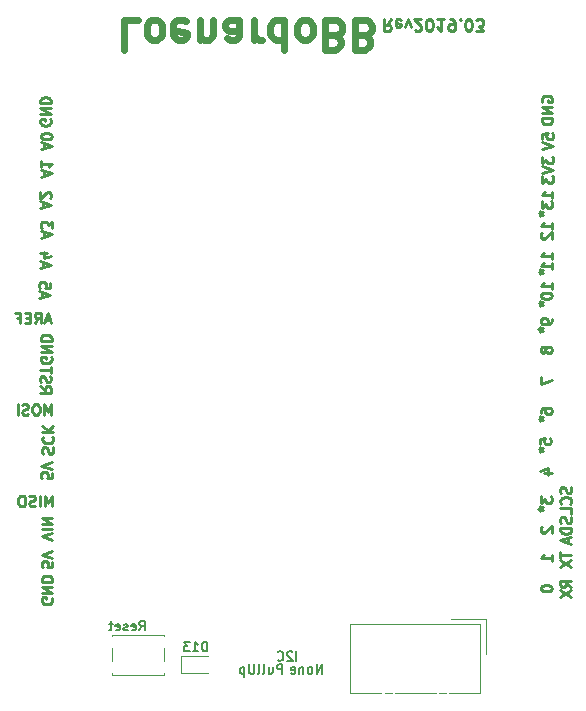
<source format=gbo>
G04 #@! TF.GenerationSoftware,KiCad,Pcbnew,5.0.2-bee76a0~70~ubuntu18.04.1*
G04 #@! TF.CreationDate,2019-03-18T22:27:49+09:00*
G04 #@! TF.ProjectId,LeonardoBB,4c656f6e-6172-4646-9f42-422e6b696361,rev?*
G04 #@! TF.SameCoordinates,Original*
G04 #@! TF.FileFunction,Legend,Bot*
G04 #@! TF.FilePolarity,Positive*
%FSLAX46Y46*%
G04 Gerber Fmt 4.6, Leading zero omitted, Abs format (unit mm)*
G04 Created by KiCad (PCBNEW 5.0.2-bee76a0~70~ubuntu18.04.1) date 2019年03月18日 22時27分49秒*
%MOMM*%
%LPD*%
G01*
G04 APERTURE LIST*
%ADD10C,0.200000*%
%ADD11C,0.225000*%
%ADD12C,0.250000*%
%ADD13C,0.625000*%
%ADD14C,0.120000*%
G04 APERTURE END LIST*
D10*
X136404228Y-124466304D02*
X136404228Y-123666304D01*
X136213752Y-123666304D01*
X136099466Y-123704400D01*
X136023276Y-123780590D01*
X135985180Y-123856780D01*
X135947085Y-124009161D01*
X135947085Y-124123447D01*
X135985180Y-124275828D01*
X136023276Y-124352019D01*
X136099466Y-124428209D01*
X136213752Y-124466304D01*
X136404228Y-124466304D01*
X135185180Y-124466304D02*
X135642323Y-124466304D01*
X135413752Y-124466304D02*
X135413752Y-123666304D01*
X135489942Y-123780590D01*
X135566133Y-123856780D01*
X135642323Y-123894876D01*
X134918514Y-123666304D02*
X134423276Y-123666304D01*
X134689942Y-123971066D01*
X134575657Y-123971066D01*
X134499466Y-124009161D01*
X134461371Y-124047257D01*
X134423276Y-124123447D01*
X134423276Y-124313923D01*
X134461371Y-124390114D01*
X134499466Y-124428209D01*
X134575657Y-124466304D01*
X134804228Y-124466304D01*
X134880419Y-124428209D01*
X134918514Y-124390114D01*
X130657476Y-122688304D02*
X130924142Y-122307352D01*
X131114619Y-122688304D02*
X131114619Y-121888304D01*
X130809857Y-121888304D01*
X130733666Y-121926400D01*
X130695571Y-121964495D01*
X130657476Y-122040685D01*
X130657476Y-122154971D01*
X130695571Y-122231161D01*
X130733666Y-122269257D01*
X130809857Y-122307352D01*
X131114619Y-122307352D01*
X130009857Y-122650209D02*
X130086047Y-122688304D01*
X130238428Y-122688304D01*
X130314619Y-122650209D01*
X130352714Y-122574019D01*
X130352714Y-122269257D01*
X130314619Y-122193066D01*
X130238428Y-122154971D01*
X130086047Y-122154971D01*
X130009857Y-122193066D01*
X129971761Y-122269257D01*
X129971761Y-122345447D01*
X130352714Y-122421638D01*
X129667000Y-122650209D02*
X129590809Y-122688304D01*
X129438428Y-122688304D01*
X129362238Y-122650209D01*
X129324142Y-122574019D01*
X129324142Y-122535923D01*
X129362238Y-122459733D01*
X129438428Y-122421638D01*
X129552714Y-122421638D01*
X129628904Y-122383542D01*
X129667000Y-122307352D01*
X129667000Y-122269257D01*
X129628904Y-122193066D01*
X129552714Y-122154971D01*
X129438428Y-122154971D01*
X129362238Y-122193066D01*
X128676523Y-122650209D02*
X128752714Y-122688304D01*
X128905095Y-122688304D01*
X128981285Y-122650209D01*
X129019380Y-122574019D01*
X129019380Y-122269257D01*
X128981285Y-122193066D01*
X128905095Y-122154971D01*
X128752714Y-122154971D01*
X128676523Y-122193066D01*
X128638428Y-122269257D01*
X128638428Y-122345447D01*
X129019380Y-122421638D01*
X128409857Y-122154971D02*
X128105095Y-122154971D01*
X128295571Y-121888304D02*
X128295571Y-122574019D01*
X128257476Y-122650209D01*
X128181285Y-122688304D01*
X128105095Y-122688304D01*
D11*
X164454742Y-112369600D02*
X164669028Y-112369600D01*
X164583314Y-112155314D02*
X164669028Y-112369600D01*
X164583314Y-112583885D01*
X164840457Y-112241028D02*
X164669028Y-112369600D01*
X164840457Y-112498171D01*
X164454742Y-97205800D02*
X164669028Y-97205800D01*
X164583314Y-96991514D02*
X164669028Y-97205800D01*
X164583314Y-97420085D01*
X164840457Y-97077228D02*
X164669028Y-97205800D01*
X164840457Y-97334371D01*
X164480142Y-94970600D02*
X164694428Y-94970600D01*
X164608714Y-94756314D02*
X164694428Y-94970600D01*
X164608714Y-95184885D01*
X164865857Y-94842028D02*
X164694428Y-94970600D01*
X164865857Y-95099171D01*
X164480142Y-92303600D02*
X164694428Y-92303600D01*
X164608714Y-92089314D02*
X164694428Y-92303600D01*
X164608714Y-92517885D01*
X164865857Y-92175028D02*
X164694428Y-92303600D01*
X164865857Y-92432171D01*
X164480142Y-87376000D02*
X164694428Y-87376000D01*
X164608714Y-87161714D02*
X164694428Y-87376000D01*
X164608714Y-87590285D01*
X164865857Y-87247428D02*
X164694428Y-87376000D01*
X164865857Y-87504571D01*
X164480142Y-104749600D02*
X164694428Y-104749600D01*
X164608714Y-104535314D02*
X164694428Y-104749600D01*
X164608714Y-104963885D01*
X164865857Y-104621028D02*
X164694428Y-104749600D01*
X164865857Y-104878171D01*
X164480142Y-107365800D02*
X164694428Y-107365800D01*
X164608714Y-107151514D02*
X164694428Y-107365800D01*
X164608714Y-107580085D01*
X164865857Y-107237228D02*
X164694428Y-107365800D01*
X164865857Y-107494371D01*
X167221642Y-118976000D02*
X166793071Y-118676000D01*
X167221642Y-118461714D02*
X166321642Y-118461714D01*
X166321642Y-118804571D01*
X166364500Y-118890285D01*
X166407357Y-118933142D01*
X166493071Y-118976000D01*
X166621642Y-118976000D01*
X166707357Y-118933142D01*
X166750214Y-118890285D01*
X166793071Y-118804571D01*
X166793071Y-118461714D01*
X166321642Y-119276000D02*
X167221642Y-119876000D01*
X166321642Y-119876000D02*
X167221642Y-119276000D01*
X166321642Y-116027285D02*
X166321642Y-116541571D01*
X167221642Y-116284428D02*
X166321642Y-116284428D01*
X166321642Y-116755857D02*
X167221642Y-117355857D01*
X166321642Y-117355857D02*
X167221642Y-116755857D01*
X167178785Y-110561571D02*
X167221642Y-110690142D01*
X167221642Y-110904428D01*
X167178785Y-110990142D01*
X167135928Y-111033000D01*
X167050214Y-111075857D01*
X166964500Y-111075857D01*
X166878785Y-111033000D01*
X166835928Y-110990142D01*
X166793071Y-110904428D01*
X166750214Y-110733000D01*
X166707357Y-110647285D01*
X166664500Y-110604428D01*
X166578785Y-110561571D01*
X166493071Y-110561571D01*
X166407357Y-110604428D01*
X166364500Y-110647285D01*
X166321642Y-110733000D01*
X166321642Y-110947285D01*
X166364500Y-111075857D01*
X167135928Y-111975857D02*
X167178785Y-111933000D01*
X167221642Y-111804428D01*
X167221642Y-111718714D01*
X167178785Y-111590142D01*
X167093071Y-111504428D01*
X167007357Y-111461571D01*
X166835928Y-111418714D01*
X166707357Y-111418714D01*
X166535928Y-111461571D01*
X166450214Y-111504428D01*
X166364500Y-111590142D01*
X166321642Y-111718714D01*
X166321642Y-111804428D01*
X166364500Y-111933000D01*
X166407357Y-111975857D01*
X167221642Y-112790142D02*
X167221642Y-112361571D01*
X166321642Y-112361571D01*
X167178785Y-113080142D02*
X167221642Y-113208714D01*
X167221642Y-113423000D01*
X167178785Y-113508714D01*
X167135928Y-113551571D01*
X167050214Y-113594428D01*
X166964500Y-113594428D01*
X166878785Y-113551571D01*
X166835928Y-113508714D01*
X166793071Y-113423000D01*
X166750214Y-113251571D01*
X166707357Y-113165857D01*
X166664500Y-113123000D01*
X166578785Y-113080142D01*
X166493071Y-113080142D01*
X166407357Y-113123000D01*
X166364500Y-113165857D01*
X166321642Y-113251571D01*
X166321642Y-113465857D01*
X166364500Y-113594428D01*
X167221642Y-113980142D02*
X166321642Y-113980142D01*
X166321642Y-114194428D01*
X166364500Y-114323000D01*
X166450214Y-114408714D01*
X166535928Y-114451571D01*
X166707357Y-114494428D01*
X166835928Y-114494428D01*
X167007357Y-114451571D01*
X167093071Y-114408714D01*
X167178785Y-114323000D01*
X167221642Y-114194428D01*
X167221642Y-113980142D01*
X166964500Y-114837285D02*
X166964500Y-115265857D01*
X167221642Y-114751571D02*
X166321642Y-115051571D01*
X167221642Y-115351571D01*
D12*
X151979761Y-70921619D02*
X151646428Y-71397809D01*
X151408333Y-70921619D02*
X151408333Y-71921619D01*
X151789285Y-71921619D01*
X151884523Y-71874000D01*
X151932142Y-71826380D01*
X151979761Y-71731142D01*
X151979761Y-71588285D01*
X151932142Y-71493047D01*
X151884523Y-71445428D01*
X151789285Y-71397809D01*
X151408333Y-71397809D01*
X152789285Y-70969238D02*
X152694047Y-70921619D01*
X152503571Y-70921619D01*
X152408333Y-70969238D01*
X152360714Y-71064476D01*
X152360714Y-71445428D01*
X152408333Y-71540666D01*
X152503571Y-71588285D01*
X152694047Y-71588285D01*
X152789285Y-71540666D01*
X152836904Y-71445428D01*
X152836904Y-71350190D01*
X152360714Y-71254952D01*
X153170238Y-71588285D02*
X153408333Y-70921619D01*
X153646428Y-71588285D01*
X153979761Y-71826380D02*
X154027380Y-71874000D01*
X154122619Y-71921619D01*
X154360714Y-71921619D01*
X154455952Y-71874000D01*
X154503571Y-71826380D01*
X154551190Y-71731142D01*
X154551190Y-71635904D01*
X154503571Y-71493047D01*
X153932142Y-70921619D01*
X154551190Y-70921619D01*
X155170238Y-71921619D02*
X155265476Y-71921619D01*
X155360714Y-71874000D01*
X155408333Y-71826380D01*
X155455952Y-71731142D01*
X155503571Y-71540666D01*
X155503571Y-71302571D01*
X155455952Y-71112095D01*
X155408333Y-71016857D01*
X155360714Y-70969238D01*
X155265476Y-70921619D01*
X155170238Y-70921619D01*
X155075000Y-70969238D01*
X155027380Y-71016857D01*
X154979761Y-71112095D01*
X154932142Y-71302571D01*
X154932142Y-71540666D01*
X154979761Y-71731142D01*
X155027380Y-71826380D01*
X155075000Y-71874000D01*
X155170238Y-71921619D01*
X156455952Y-70921619D02*
X155884523Y-70921619D01*
X156170238Y-70921619D02*
X156170238Y-71921619D01*
X156075000Y-71778761D01*
X155979761Y-71683523D01*
X155884523Y-71635904D01*
X156932142Y-70921619D02*
X157122619Y-70921619D01*
X157217857Y-70969238D01*
X157265476Y-71016857D01*
X157360714Y-71159714D01*
X157408333Y-71350190D01*
X157408333Y-71731142D01*
X157360714Y-71826380D01*
X157313095Y-71874000D01*
X157217857Y-71921619D01*
X157027380Y-71921619D01*
X156932142Y-71874000D01*
X156884523Y-71826380D01*
X156836904Y-71731142D01*
X156836904Y-71493047D01*
X156884523Y-71397809D01*
X156932142Y-71350190D01*
X157027380Y-71302571D01*
X157217857Y-71302571D01*
X157313095Y-71350190D01*
X157360714Y-71397809D01*
X157408333Y-71493047D01*
X157836904Y-71016857D02*
X157884523Y-70969238D01*
X157836904Y-70921619D01*
X157789285Y-70969238D01*
X157836904Y-71016857D01*
X157836904Y-70921619D01*
X158503571Y-71921619D02*
X158598809Y-71921619D01*
X158694047Y-71874000D01*
X158741666Y-71826380D01*
X158789285Y-71731142D01*
X158836904Y-71540666D01*
X158836904Y-71302571D01*
X158789285Y-71112095D01*
X158741666Y-71016857D01*
X158694047Y-70969238D01*
X158598809Y-70921619D01*
X158503571Y-70921619D01*
X158408333Y-70969238D01*
X158360714Y-71016857D01*
X158313095Y-71112095D01*
X158265476Y-71302571D01*
X158265476Y-71540666D01*
X158313095Y-71731142D01*
X158360714Y-71826380D01*
X158408333Y-71874000D01*
X158503571Y-71921619D01*
X159170238Y-71921619D02*
X159789285Y-71921619D01*
X159455952Y-71540666D01*
X159598809Y-71540666D01*
X159694047Y-71493047D01*
X159741666Y-71445428D01*
X159789285Y-71350190D01*
X159789285Y-71112095D01*
X159741666Y-71016857D01*
X159694047Y-70969238D01*
X159598809Y-70921619D01*
X159313095Y-70921619D01*
X159217857Y-70969238D01*
X159170238Y-71016857D01*
D13*
X130575409Y-71005047D02*
X129384933Y-71005047D01*
X129384933Y-73505047D01*
X131765885Y-71005047D02*
X131527790Y-71124095D01*
X131408742Y-71243142D01*
X131289695Y-71481238D01*
X131289695Y-72195523D01*
X131408742Y-72433619D01*
X131527790Y-72552666D01*
X131765885Y-72671714D01*
X132123028Y-72671714D01*
X132361123Y-72552666D01*
X132480171Y-72433619D01*
X132599219Y-72195523D01*
X132599219Y-71481238D01*
X132480171Y-71243142D01*
X132361123Y-71124095D01*
X132123028Y-71005047D01*
X131765885Y-71005047D01*
X134623028Y-71124095D02*
X134384933Y-71005047D01*
X133908742Y-71005047D01*
X133670647Y-71124095D01*
X133551600Y-71362190D01*
X133551600Y-72314571D01*
X133670647Y-72552666D01*
X133908742Y-72671714D01*
X134384933Y-72671714D01*
X134623028Y-72552666D01*
X134742076Y-72314571D01*
X134742076Y-72076476D01*
X133551600Y-71838380D01*
X135813504Y-72671714D02*
X135813504Y-71005047D01*
X135813504Y-72433619D02*
X135932552Y-72552666D01*
X136170647Y-72671714D01*
X136527790Y-72671714D01*
X136765885Y-72552666D01*
X136884933Y-72314571D01*
X136884933Y-71005047D01*
X139146838Y-71005047D02*
X139146838Y-72314571D01*
X139027790Y-72552666D01*
X138789695Y-72671714D01*
X138313504Y-72671714D01*
X138075409Y-72552666D01*
X139146838Y-71124095D02*
X138908742Y-71005047D01*
X138313504Y-71005047D01*
X138075409Y-71124095D01*
X137956361Y-71362190D01*
X137956361Y-71600285D01*
X138075409Y-71838380D01*
X138313504Y-71957428D01*
X138908742Y-71957428D01*
X139146838Y-72076476D01*
X140337314Y-71005047D02*
X140337314Y-72671714D01*
X140337314Y-72195523D02*
X140456361Y-72433619D01*
X140575409Y-72552666D01*
X140813504Y-72671714D01*
X141051600Y-72671714D01*
X142956361Y-71005047D02*
X142956361Y-73505047D01*
X142956361Y-71124095D02*
X142718266Y-71005047D01*
X142242076Y-71005047D01*
X142003980Y-71124095D01*
X141884933Y-71243142D01*
X141765885Y-71481238D01*
X141765885Y-72195523D01*
X141884933Y-72433619D01*
X142003980Y-72552666D01*
X142242076Y-72671714D01*
X142718266Y-72671714D01*
X142956361Y-72552666D01*
X144503980Y-71005047D02*
X144265885Y-71124095D01*
X144146838Y-71243142D01*
X144027790Y-71481238D01*
X144027790Y-72195523D01*
X144146838Y-72433619D01*
X144265885Y-72552666D01*
X144503980Y-72671714D01*
X144861123Y-72671714D01*
X145099219Y-72552666D01*
X145218266Y-72433619D01*
X145337314Y-72195523D01*
X145337314Y-71481238D01*
X145218266Y-71243142D01*
X145099219Y-71124095D01*
X144861123Y-71005047D01*
X144503980Y-71005047D01*
X147242076Y-72314571D02*
X147599219Y-72195523D01*
X147718266Y-72076476D01*
X147837314Y-71838380D01*
X147837314Y-71481238D01*
X147718266Y-71243142D01*
X147599219Y-71124095D01*
X147361123Y-71005047D01*
X146408742Y-71005047D01*
X146408742Y-73505047D01*
X147242076Y-73505047D01*
X147480171Y-73386000D01*
X147599219Y-73266952D01*
X147718266Y-73028857D01*
X147718266Y-72790761D01*
X147599219Y-72552666D01*
X147480171Y-72433619D01*
X147242076Y-72314571D01*
X146408742Y-72314571D01*
X149742076Y-72314571D02*
X150099219Y-72195523D01*
X150218266Y-72076476D01*
X150337314Y-71838380D01*
X150337314Y-71481238D01*
X150218266Y-71243142D01*
X150099219Y-71124095D01*
X149861123Y-71005047D01*
X148908742Y-71005047D01*
X148908742Y-73505047D01*
X149742076Y-73505047D01*
X149980171Y-73386000D01*
X150099219Y-73266952D01*
X150218266Y-73028857D01*
X150218266Y-72790761D01*
X150099219Y-72552666D01*
X149980171Y-72433619D01*
X149742076Y-72314571D01*
X148908742Y-72314571D01*
D10*
X143973452Y-125266404D02*
X143973452Y-124466404D01*
X143630595Y-124542595D02*
X143592500Y-124504500D01*
X143516309Y-124466404D01*
X143325833Y-124466404D01*
X143249642Y-124504500D01*
X143211547Y-124542595D01*
X143173452Y-124618785D01*
X143173452Y-124694976D01*
X143211547Y-124809261D01*
X143668690Y-125266404D01*
X143173452Y-125266404D01*
X142373452Y-125190214D02*
X142411547Y-125228309D01*
X142525833Y-125266404D01*
X142602023Y-125266404D01*
X142716309Y-125228309D01*
X142792500Y-125152119D01*
X142830595Y-125075928D01*
X142868690Y-124923547D01*
X142868690Y-124809261D01*
X142830595Y-124656880D01*
X142792500Y-124580690D01*
X142716309Y-124504500D01*
X142602023Y-124466404D01*
X142525833Y-124466404D01*
X142411547Y-124504500D01*
X142373452Y-124542595D01*
X146126038Y-126345904D02*
X146126038Y-125545904D01*
X145668895Y-126345904D01*
X145668895Y-125545904D01*
X145173657Y-126345904D02*
X145249847Y-126307809D01*
X145287942Y-126269714D01*
X145326038Y-126193523D01*
X145326038Y-125964952D01*
X145287942Y-125888761D01*
X145249847Y-125850666D01*
X145173657Y-125812571D01*
X145059371Y-125812571D01*
X144983180Y-125850666D01*
X144945085Y-125888761D01*
X144906990Y-125964952D01*
X144906990Y-126193523D01*
X144945085Y-126269714D01*
X144983180Y-126307809D01*
X145059371Y-126345904D01*
X145173657Y-126345904D01*
X144564133Y-125812571D02*
X144564133Y-126345904D01*
X144564133Y-125888761D02*
X144526038Y-125850666D01*
X144449847Y-125812571D01*
X144335561Y-125812571D01*
X144259371Y-125850666D01*
X144221276Y-125926857D01*
X144221276Y-126345904D01*
X143535561Y-126307809D02*
X143611752Y-126345904D01*
X143764133Y-126345904D01*
X143840323Y-126307809D01*
X143878419Y-126231619D01*
X143878419Y-125926857D01*
X143840323Y-125850666D01*
X143764133Y-125812571D01*
X143611752Y-125812571D01*
X143535561Y-125850666D01*
X143497466Y-125926857D01*
X143497466Y-126003047D01*
X143878419Y-126079238D01*
X142766828Y-126345904D02*
X142766828Y-125545904D01*
X142462066Y-125545904D01*
X142385876Y-125584000D01*
X142347780Y-125622095D01*
X142309685Y-125698285D01*
X142309685Y-125812571D01*
X142347780Y-125888761D01*
X142385876Y-125926857D01*
X142462066Y-125964952D01*
X142766828Y-125964952D01*
X141623971Y-125812571D02*
X141623971Y-126345904D01*
X141966828Y-125812571D02*
X141966828Y-126231619D01*
X141928733Y-126307809D01*
X141852542Y-126345904D01*
X141738257Y-126345904D01*
X141662066Y-126307809D01*
X141623971Y-126269714D01*
X141128733Y-126345904D02*
X141204923Y-126307809D01*
X141243019Y-126231619D01*
X141243019Y-125545904D01*
X140709685Y-126345904D02*
X140785876Y-126307809D01*
X140823971Y-126231619D01*
X140823971Y-125545904D01*
X140404923Y-125545904D02*
X140404923Y-126193523D01*
X140366828Y-126269714D01*
X140328733Y-126307809D01*
X140252542Y-126345904D01*
X140100161Y-126345904D01*
X140023971Y-126307809D01*
X139985876Y-126269714D01*
X139947780Y-126193523D01*
X139947780Y-125545904D01*
X139566828Y-125812571D02*
X139566828Y-126612571D01*
X139566828Y-125850666D02*
X139490638Y-125812571D01*
X139338257Y-125812571D01*
X139262066Y-125850666D01*
X139223971Y-125888761D01*
X139185876Y-125964952D01*
X139185876Y-126193523D01*
X139223971Y-126269714D01*
X139262066Y-126307809D01*
X139338257Y-126345904D01*
X139490638Y-126345904D01*
X139566828Y-126307809D01*
D11*
X164670642Y-119083142D02*
X164670642Y-119168857D01*
X164713500Y-119254571D01*
X164756357Y-119297428D01*
X164842071Y-119340285D01*
X165013500Y-119383142D01*
X165227785Y-119383142D01*
X165399214Y-119340285D01*
X165484928Y-119297428D01*
X165527785Y-119254571D01*
X165570642Y-119168857D01*
X165570642Y-119083142D01*
X165527785Y-118997428D01*
X165484928Y-118954571D01*
X165399214Y-118911714D01*
X165227785Y-118868857D01*
X165013500Y-118868857D01*
X164842071Y-118911714D01*
X164756357Y-118954571D01*
X164713500Y-118997428D01*
X164670642Y-119083142D01*
X165570642Y-116843142D02*
X165570642Y-116328857D01*
X165570642Y-116586000D02*
X164670642Y-116586000D01*
X164799214Y-116500285D01*
X164884928Y-116414571D01*
X164927785Y-116328857D01*
X164756357Y-113915857D02*
X164713500Y-113958714D01*
X164670642Y-114044428D01*
X164670642Y-114258714D01*
X164713500Y-114344428D01*
X164756357Y-114387285D01*
X164842071Y-114430142D01*
X164927785Y-114430142D01*
X165056357Y-114387285D01*
X165570642Y-113873000D01*
X165570642Y-114430142D01*
X164670642Y-111333000D02*
X164670642Y-111890142D01*
X165013500Y-111590142D01*
X165013500Y-111718714D01*
X165056357Y-111804428D01*
X165099214Y-111847285D01*
X165184928Y-111890142D01*
X165399214Y-111890142D01*
X165484928Y-111847285D01*
X165527785Y-111804428D01*
X165570642Y-111718714D01*
X165570642Y-111461571D01*
X165527785Y-111375857D01*
X165484928Y-111333000D01*
X164970642Y-109391428D02*
X165570642Y-109391428D01*
X164627785Y-109177142D02*
X165270642Y-108962857D01*
X165270642Y-109520000D01*
X164607142Y-106894285D02*
X164607142Y-106465714D01*
X165035714Y-106422857D01*
X164992857Y-106465714D01*
X164950000Y-106551428D01*
X164950000Y-106765714D01*
X164992857Y-106851428D01*
X165035714Y-106894285D01*
X165121428Y-106937142D01*
X165335714Y-106937142D01*
X165421428Y-106894285D01*
X165464285Y-106851428D01*
X165507142Y-106765714D01*
X165507142Y-106551428D01*
X165464285Y-106465714D01*
X165421428Y-106422857D01*
X164670642Y-104247928D02*
X164670642Y-104076500D01*
X164713500Y-103990785D01*
X164756357Y-103947928D01*
X164884928Y-103862214D01*
X165056357Y-103819357D01*
X165399214Y-103819357D01*
X165484928Y-103862214D01*
X165527785Y-103905071D01*
X165570642Y-103990785D01*
X165570642Y-104162214D01*
X165527785Y-104247928D01*
X165484928Y-104290785D01*
X165399214Y-104333642D01*
X165184928Y-104333642D01*
X165099214Y-104290785D01*
X165056357Y-104247928D01*
X165013500Y-104162214D01*
X165013500Y-103990785D01*
X165056357Y-103905071D01*
X165099214Y-103862214D01*
X165184928Y-103819357D01*
X164670642Y-101236500D02*
X164670642Y-101836500D01*
X165570642Y-101450785D01*
X165056357Y-98847285D02*
X165013500Y-98761571D01*
X164970642Y-98718714D01*
X164884928Y-98675857D01*
X164842071Y-98675857D01*
X164756357Y-98718714D01*
X164713500Y-98761571D01*
X164670642Y-98847285D01*
X164670642Y-99018714D01*
X164713500Y-99104428D01*
X164756357Y-99147285D01*
X164842071Y-99190142D01*
X164884928Y-99190142D01*
X164970642Y-99147285D01*
X165013500Y-99104428D01*
X165056357Y-99018714D01*
X165056357Y-98847285D01*
X165099214Y-98761571D01*
X165142071Y-98718714D01*
X165227785Y-98675857D01*
X165399214Y-98675857D01*
X165484928Y-98718714D01*
X165527785Y-98761571D01*
X165570642Y-98847285D01*
X165570642Y-99018714D01*
X165527785Y-99104428D01*
X165484928Y-99147285D01*
X165399214Y-99190142D01*
X165227785Y-99190142D01*
X165142071Y-99147285D01*
X165099214Y-99104428D01*
X165056357Y-99018714D01*
X165570642Y-96348571D02*
X165570642Y-96520000D01*
X165527785Y-96605714D01*
X165484928Y-96648571D01*
X165356357Y-96734285D01*
X165184928Y-96777142D01*
X164842071Y-96777142D01*
X164756357Y-96734285D01*
X164713500Y-96691428D01*
X164670642Y-96605714D01*
X164670642Y-96434285D01*
X164713500Y-96348571D01*
X164756357Y-96305714D01*
X164842071Y-96262857D01*
X165056357Y-96262857D01*
X165142071Y-96305714D01*
X165184928Y-96348571D01*
X165227785Y-96434285D01*
X165227785Y-96605714D01*
X165184928Y-96691428D01*
X165142071Y-96734285D01*
X165056357Y-96777142D01*
X165570642Y-93745071D02*
X165570642Y-93230785D01*
X165570642Y-93487928D02*
X164670642Y-93487928D01*
X164799214Y-93402214D01*
X164884928Y-93316500D01*
X164927785Y-93230785D01*
X164670642Y-94302214D02*
X164670642Y-94387928D01*
X164713500Y-94473642D01*
X164756357Y-94516500D01*
X164842071Y-94559357D01*
X165013500Y-94602214D01*
X165227785Y-94602214D01*
X165399214Y-94559357D01*
X165484928Y-94516500D01*
X165527785Y-94473642D01*
X165570642Y-94387928D01*
X165570642Y-94302214D01*
X165527785Y-94216500D01*
X165484928Y-94173642D01*
X165399214Y-94130785D01*
X165227785Y-94087928D01*
X165013500Y-94087928D01*
X164842071Y-94130785D01*
X164756357Y-94173642D01*
X164713500Y-94216500D01*
X164670642Y-94302214D01*
X165570642Y-91205071D02*
X165570642Y-90690785D01*
X165570642Y-90947928D02*
X164670642Y-90947928D01*
X164799214Y-90862214D01*
X164884928Y-90776500D01*
X164927785Y-90690785D01*
X165570642Y-92062214D02*
X165570642Y-91547928D01*
X165570642Y-91805071D02*
X164670642Y-91805071D01*
X164799214Y-91719357D01*
X164884928Y-91633642D01*
X164927785Y-91547928D01*
X165570642Y-88665071D02*
X165570642Y-88150785D01*
X165570642Y-88407928D02*
X164670642Y-88407928D01*
X164799214Y-88322214D01*
X164884928Y-88236500D01*
X164927785Y-88150785D01*
X164756357Y-89007928D02*
X164713500Y-89050785D01*
X164670642Y-89136500D01*
X164670642Y-89350785D01*
X164713500Y-89436500D01*
X164756357Y-89479357D01*
X164842071Y-89522214D01*
X164927785Y-89522214D01*
X165056357Y-89479357D01*
X165570642Y-88965071D01*
X165570642Y-89522214D01*
X165634142Y-86061571D02*
X165634142Y-85547285D01*
X165634142Y-85804428D02*
X164734142Y-85804428D01*
X164862714Y-85718714D01*
X164948428Y-85633000D01*
X164991285Y-85547285D01*
X164734142Y-86361571D02*
X164734142Y-86918714D01*
X165077000Y-86618714D01*
X165077000Y-86747285D01*
X165119857Y-86833000D01*
X165162714Y-86875857D01*
X165248428Y-86918714D01*
X165462714Y-86918714D01*
X165548428Y-86875857D01*
X165591285Y-86833000D01*
X165634142Y-86747285D01*
X165634142Y-86490142D01*
X165591285Y-86404428D01*
X165548428Y-86361571D01*
X164797642Y-82578714D02*
X164797642Y-83135857D01*
X165140500Y-82835857D01*
X165140500Y-82964428D01*
X165183357Y-83050142D01*
X165226214Y-83093000D01*
X165311928Y-83135857D01*
X165526214Y-83135857D01*
X165611928Y-83093000D01*
X165654785Y-83050142D01*
X165697642Y-82964428D01*
X165697642Y-82707285D01*
X165654785Y-82621571D01*
X165611928Y-82578714D01*
X164797642Y-83393000D02*
X165697642Y-83693000D01*
X164797642Y-83993000D01*
X164797642Y-84207285D02*
X164797642Y-84764428D01*
X165140500Y-84464428D01*
X165140500Y-84593000D01*
X165183357Y-84678714D01*
X165226214Y-84721571D01*
X165311928Y-84764428D01*
X165526214Y-84764428D01*
X165611928Y-84721571D01*
X165654785Y-84678714D01*
X165697642Y-84593000D01*
X165697642Y-84335857D01*
X165654785Y-84250142D01*
X165611928Y-84207285D01*
X164797642Y-81045071D02*
X164797642Y-80616500D01*
X165226214Y-80573642D01*
X165183357Y-80616500D01*
X165140500Y-80702214D01*
X165140500Y-80916500D01*
X165183357Y-81002214D01*
X165226214Y-81045071D01*
X165311928Y-81087928D01*
X165526214Y-81087928D01*
X165611928Y-81045071D01*
X165654785Y-81002214D01*
X165697642Y-80916500D01*
X165697642Y-80702214D01*
X165654785Y-80616500D01*
X165611928Y-80573642D01*
X164797642Y-81345071D02*
X165697642Y-81645071D01*
X164797642Y-81945071D01*
X164777000Y-77927285D02*
X164734142Y-77841571D01*
X164734142Y-77713000D01*
X164777000Y-77584428D01*
X164862714Y-77498714D01*
X164948428Y-77455857D01*
X165119857Y-77413000D01*
X165248428Y-77413000D01*
X165419857Y-77455857D01*
X165505571Y-77498714D01*
X165591285Y-77584428D01*
X165634142Y-77713000D01*
X165634142Y-77798714D01*
X165591285Y-77927285D01*
X165548428Y-77970142D01*
X165248428Y-77970142D01*
X165248428Y-77798714D01*
X165634142Y-78355857D02*
X164734142Y-78355857D01*
X165634142Y-78870142D01*
X164734142Y-78870142D01*
X165634142Y-79298714D02*
X164734142Y-79298714D01*
X164734142Y-79513000D01*
X164777000Y-79641571D01*
X164862714Y-79727285D01*
X164948428Y-79770142D01*
X165119857Y-79813000D01*
X165248428Y-79813000D01*
X165419857Y-79770142D01*
X165505571Y-79727285D01*
X165591285Y-79641571D01*
X165634142Y-79513000D01*
X165634142Y-79298714D01*
X123259000Y-119938714D02*
X123301857Y-120024428D01*
X123301857Y-120153000D01*
X123259000Y-120281571D01*
X123173285Y-120367285D01*
X123087571Y-120410142D01*
X122916142Y-120453000D01*
X122787571Y-120453000D01*
X122616142Y-120410142D01*
X122530428Y-120367285D01*
X122444714Y-120281571D01*
X122401857Y-120153000D01*
X122401857Y-120067285D01*
X122444714Y-119938714D01*
X122487571Y-119895857D01*
X122787571Y-119895857D01*
X122787571Y-120067285D01*
X122401857Y-119510142D02*
X123301857Y-119510142D01*
X122401857Y-118995857D01*
X123301857Y-118995857D01*
X122401857Y-118567285D02*
X123301857Y-118567285D01*
X123301857Y-118353000D01*
X123259000Y-118224428D01*
X123173285Y-118138714D01*
X123087571Y-118095857D01*
X122916142Y-118053000D01*
X122787571Y-118053000D01*
X122616142Y-118095857D01*
X122530428Y-118138714D01*
X122444714Y-118224428D01*
X122401857Y-118353000D01*
X122401857Y-118567285D01*
X123301857Y-116884428D02*
X123301857Y-117313000D01*
X122873285Y-117355857D01*
X122916142Y-117313000D01*
X122959000Y-117227285D01*
X122959000Y-117013000D01*
X122916142Y-116927285D01*
X122873285Y-116884428D01*
X122787571Y-116841571D01*
X122573285Y-116841571D01*
X122487571Y-116884428D01*
X122444714Y-116927285D01*
X122401857Y-117013000D01*
X122401857Y-117227285D01*
X122444714Y-117313000D01*
X122487571Y-117355857D01*
X123301857Y-116584428D02*
X122401857Y-116284428D01*
X123301857Y-115984428D01*
X123301857Y-115031714D02*
X122401857Y-114731714D01*
X123301857Y-114431714D01*
X122401857Y-114131714D02*
X123301857Y-114131714D01*
X122401857Y-113703142D02*
X123301857Y-113703142D01*
X122401857Y-113188857D01*
X123301857Y-113188857D01*
X123270785Y-112167142D02*
X123270785Y-111267142D01*
X122970785Y-111910000D01*
X122670785Y-111267142D01*
X122670785Y-112167142D01*
X122242214Y-112167142D02*
X122242214Y-111267142D01*
X121856500Y-112124285D02*
X121727928Y-112167142D01*
X121513642Y-112167142D01*
X121427928Y-112124285D01*
X121385071Y-112081428D01*
X121342214Y-111995714D01*
X121342214Y-111910000D01*
X121385071Y-111824285D01*
X121427928Y-111781428D01*
X121513642Y-111738571D01*
X121685071Y-111695714D01*
X121770785Y-111652857D01*
X121813642Y-111610000D01*
X121856500Y-111524285D01*
X121856500Y-111438571D01*
X121813642Y-111352857D01*
X121770785Y-111310000D01*
X121685071Y-111267142D01*
X121470785Y-111267142D01*
X121342214Y-111310000D01*
X120785071Y-111267142D02*
X120613642Y-111267142D01*
X120527928Y-111310000D01*
X120442214Y-111395714D01*
X120399357Y-111567142D01*
X120399357Y-111867142D01*
X120442214Y-112038571D01*
X120527928Y-112124285D01*
X120613642Y-112167142D01*
X120785071Y-112167142D01*
X120870785Y-112124285D01*
X120956500Y-112038571D01*
X120999357Y-111867142D01*
X120999357Y-111567142D01*
X120956500Y-111395714D01*
X120870785Y-111310000D01*
X120785071Y-111267142D01*
X123238357Y-109327928D02*
X123238357Y-109756500D01*
X122809785Y-109799357D01*
X122852642Y-109756500D01*
X122895500Y-109670785D01*
X122895500Y-109456500D01*
X122852642Y-109370785D01*
X122809785Y-109327928D01*
X122724071Y-109285071D01*
X122509785Y-109285071D01*
X122424071Y-109327928D01*
X122381214Y-109370785D01*
X122338357Y-109456500D01*
X122338357Y-109670785D01*
X122381214Y-109756500D01*
X122424071Y-109799357D01*
X123238357Y-109027928D02*
X122338357Y-108727928D01*
X123238357Y-108427928D01*
X122508214Y-107710142D02*
X122465357Y-107581571D01*
X122465357Y-107367285D01*
X122508214Y-107281571D01*
X122551071Y-107238714D01*
X122636785Y-107195857D01*
X122722500Y-107195857D01*
X122808214Y-107238714D01*
X122851071Y-107281571D01*
X122893928Y-107367285D01*
X122936785Y-107538714D01*
X122979642Y-107624428D01*
X123022500Y-107667285D01*
X123108214Y-107710142D01*
X123193928Y-107710142D01*
X123279642Y-107667285D01*
X123322500Y-107624428D01*
X123365357Y-107538714D01*
X123365357Y-107324428D01*
X123322500Y-107195857D01*
X122551071Y-106295857D02*
X122508214Y-106338714D01*
X122465357Y-106467285D01*
X122465357Y-106553000D01*
X122508214Y-106681571D01*
X122593928Y-106767285D01*
X122679642Y-106810142D01*
X122851071Y-106853000D01*
X122979642Y-106853000D01*
X123151071Y-106810142D01*
X123236785Y-106767285D01*
X123322500Y-106681571D01*
X123365357Y-106553000D01*
X123365357Y-106467285D01*
X123322500Y-106338714D01*
X123279642Y-106295857D01*
X122465357Y-105910142D02*
X123365357Y-105910142D01*
X122465357Y-105395857D02*
X122979642Y-105781571D01*
X123365357Y-105395857D02*
X122851071Y-105910142D01*
X123207285Y-104420142D02*
X123207285Y-103520142D01*
X122907285Y-104163000D01*
X122607285Y-103520142D01*
X122607285Y-104420142D01*
X122007285Y-103520142D02*
X121835857Y-103520142D01*
X121750142Y-103563000D01*
X121664428Y-103648714D01*
X121621571Y-103820142D01*
X121621571Y-104120142D01*
X121664428Y-104291571D01*
X121750142Y-104377285D01*
X121835857Y-104420142D01*
X122007285Y-104420142D01*
X122093000Y-104377285D01*
X122178714Y-104291571D01*
X122221571Y-104120142D01*
X122221571Y-103820142D01*
X122178714Y-103648714D01*
X122093000Y-103563000D01*
X122007285Y-103520142D01*
X121278714Y-104377285D02*
X121150142Y-104420142D01*
X120935857Y-104420142D01*
X120850142Y-104377285D01*
X120807285Y-104334428D01*
X120764428Y-104248714D01*
X120764428Y-104163000D01*
X120807285Y-104077285D01*
X120850142Y-104034428D01*
X120935857Y-103991571D01*
X121107285Y-103948714D01*
X121193000Y-103905857D01*
X121235857Y-103863000D01*
X121278714Y-103777285D01*
X121278714Y-103691571D01*
X121235857Y-103605857D01*
X121193000Y-103563000D01*
X121107285Y-103520142D01*
X120893000Y-103520142D01*
X120764428Y-103563000D01*
X120378714Y-104420142D02*
X120378714Y-103520142D01*
X122274857Y-102029357D02*
X122703428Y-102329357D01*
X122274857Y-102543642D02*
X123174857Y-102543642D01*
X123174857Y-102200785D01*
X123132000Y-102115071D01*
X123089142Y-102072214D01*
X123003428Y-102029357D01*
X122874857Y-102029357D01*
X122789142Y-102072214D01*
X122746285Y-102115071D01*
X122703428Y-102200785D01*
X122703428Y-102543642D01*
X122317714Y-101686500D02*
X122274857Y-101557928D01*
X122274857Y-101343642D01*
X122317714Y-101257928D01*
X122360571Y-101215071D01*
X122446285Y-101172214D01*
X122532000Y-101172214D01*
X122617714Y-101215071D01*
X122660571Y-101257928D01*
X122703428Y-101343642D01*
X122746285Y-101515071D01*
X122789142Y-101600785D01*
X122832000Y-101643642D01*
X122917714Y-101686500D01*
X123003428Y-101686500D01*
X123089142Y-101643642D01*
X123132000Y-101600785D01*
X123174857Y-101515071D01*
X123174857Y-101300785D01*
X123132000Y-101172214D01*
X123174857Y-100915071D02*
X123174857Y-100400785D01*
X122274857Y-100657928D02*
X123174857Y-100657928D01*
X123195500Y-99555214D02*
X123238357Y-99640928D01*
X123238357Y-99769500D01*
X123195500Y-99898071D01*
X123109785Y-99983785D01*
X123024071Y-100026642D01*
X122852642Y-100069500D01*
X122724071Y-100069500D01*
X122552642Y-100026642D01*
X122466928Y-99983785D01*
X122381214Y-99898071D01*
X122338357Y-99769500D01*
X122338357Y-99683785D01*
X122381214Y-99555214D01*
X122424071Y-99512357D01*
X122724071Y-99512357D01*
X122724071Y-99683785D01*
X122338357Y-99126642D02*
X123238357Y-99126642D01*
X122338357Y-98612357D01*
X123238357Y-98612357D01*
X122338357Y-98183785D02*
X123238357Y-98183785D01*
X123238357Y-97969500D01*
X123195500Y-97840928D01*
X123109785Y-97755214D01*
X123024071Y-97712357D01*
X122852642Y-97669500D01*
X122724071Y-97669500D01*
X122552642Y-97712357D01*
X122466928Y-97755214D01*
X122381214Y-97840928D01*
X122338357Y-97969500D01*
X122338357Y-98183785D01*
X123123142Y-96416000D02*
X122694571Y-96416000D01*
X123208857Y-96673142D02*
X122908857Y-95773142D01*
X122608857Y-96673142D01*
X121794571Y-96673142D02*
X122094571Y-96244571D01*
X122308857Y-96673142D02*
X122308857Y-95773142D01*
X121966000Y-95773142D01*
X121880285Y-95816000D01*
X121837428Y-95858857D01*
X121794571Y-95944571D01*
X121794571Y-96073142D01*
X121837428Y-96158857D01*
X121880285Y-96201714D01*
X121966000Y-96244571D01*
X122308857Y-96244571D01*
X121408857Y-96201714D02*
X121108857Y-96201714D01*
X120980285Y-96673142D02*
X121408857Y-96673142D01*
X121408857Y-95773142D01*
X120980285Y-95773142D01*
X120294571Y-96201714D02*
X120594571Y-96201714D01*
X120594571Y-96673142D02*
X120594571Y-95773142D01*
X120166000Y-95773142D01*
X122468500Y-94495857D02*
X122468500Y-94067285D01*
X122211357Y-94581571D02*
X123111357Y-94281571D01*
X122211357Y-93981571D01*
X123111357Y-93253000D02*
X123111357Y-93681571D01*
X122682785Y-93724428D01*
X122725642Y-93681571D01*
X122768500Y-93595857D01*
X122768500Y-93381571D01*
X122725642Y-93295857D01*
X122682785Y-93253000D01*
X122597071Y-93210142D01*
X122382785Y-93210142D01*
X122297071Y-93253000D01*
X122254214Y-93295857D01*
X122211357Y-93381571D01*
X122211357Y-93595857D01*
X122254214Y-93681571D01*
X122297071Y-93724428D01*
X122532000Y-91955857D02*
X122532000Y-91527285D01*
X122274857Y-92041571D02*
X123174857Y-91741571D01*
X122274857Y-91441571D01*
X122874857Y-90755857D02*
X122274857Y-90755857D01*
X123217714Y-90970142D02*
X122574857Y-91184428D01*
X122574857Y-90627285D01*
X122595500Y-89352357D02*
X122595500Y-88923785D01*
X122338357Y-89438071D02*
X123238357Y-89138071D01*
X122338357Y-88838071D01*
X123238357Y-88623785D02*
X123238357Y-88066642D01*
X122895500Y-88366642D01*
X122895500Y-88238071D01*
X122852642Y-88152357D01*
X122809785Y-88109500D01*
X122724071Y-88066642D01*
X122509785Y-88066642D01*
X122424071Y-88109500D01*
X122381214Y-88152357D01*
X122338357Y-88238071D01*
X122338357Y-88495214D01*
X122381214Y-88580928D01*
X122424071Y-88623785D01*
X122532000Y-86875857D02*
X122532000Y-86447285D01*
X122274857Y-86961571D02*
X123174857Y-86661571D01*
X122274857Y-86361571D01*
X123089142Y-86104428D02*
X123132000Y-86061571D01*
X123174857Y-85975857D01*
X123174857Y-85761571D01*
X123132000Y-85675857D01*
X123089142Y-85633000D01*
X123003428Y-85590142D01*
X122917714Y-85590142D01*
X122789142Y-85633000D01*
X122274857Y-86147285D01*
X122274857Y-85590142D01*
X122595500Y-84208857D02*
X122595500Y-83780285D01*
X122338357Y-84294571D02*
X123238357Y-83994571D01*
X122338357Y-83694571D01*
X122338357Y-82923142D02*
X122338357Y-83437428D01*
X122338357Y-83180285D02*
X123238357Y-83180285D01*
X123109785Y-83266000D01*
X123024071Y-83351714D01*
X122981214Y-83437428D01*
X122595500Y-81859357D02*
X122595500Y-81430785D01*
X122338357Y-81945071D02*
X123238357Y-81645071D01*
X122338357Y-81345071D01*
X123238357Y-80873642D02*
X123238357Y-80787928D01*
X123195500Y-80702214D01*
X123152642Y-80659357D01*
X123066928Y-80616500D01*
X122895500Y-80573642D01*
X122681214Y-80573642D01*
X122509785Y-80616500D01*
X122424071Y-80659357D01*
X122381214Y-80702214D01*
X122338357Y-80787928D01*
X122338357Y-80873642D01*
X122381214Y-80959357D01*
X122424071Y-81002214D01*
X122509785Y-81045071D01*
X122681214Y-81087928D01*
X122895500Y-81087928D01*
X123066928Y-81045071D01*
X123152642Y-81002214D01*
X123195500Y-80959357D01*
X123238357Y-80873642D01*
X123132000Y-79425714D02*
X123174857Y-79511428D01*
X123174857Y-79640000D01*
X123132000Y-79768571D01*
X123046285Y-79854285D01*
X122960571Y-79897142D01*
X122789142Y-79940000D01*
X122660571Y-79940000D01*
X122489142Y-79897142D01*
X122403428Y-79854285D01*
X122317714Y-79768571D01*
X122274857Y-79640000D01*
X122274857Y-79554285D01*
X122317714Y-79425714D01*
X122360571Y-79382857D01*
X122660571Y-79382857D01*
X122660571Y-79554285D01*
X122274857Y-78997142D02*
X123174857Y-78997142D01*
X122274857Y-78482857D01*
X123174857Y-78482857D01*
X122274857Y-78054285D02*
X123174857Y-78054285D01*
X123174857Y-77840000D01*
X123132000Y-77711428D01*
X123046285Y-77625714D01*
X122960571Y-77582857D01*
X122789142Y-77540000D01*
X122660571Y-77540000D01*
X122489142Y-77582857D01*
X122403428Y-77625714D01*
X122317714Y-77711428D01*
X122274857Y-77840000D01*
X122274857Y-78054285D01*
D14*
G04 #@! TO.C,D2*
X136512200Y-126287200D02*
X134227200Y-126287200D01*
X134227200Y-126287200D02*
X134227200Y-124817200D01*
X134227200Y-124817200D02*
X136512200Y-124817200D01*
G04 #@! TO.C,J4*
X160035000Y-121714000D02*
X157035000Y-121714000D01*
X160035000Y-124714000D02*
X160035000Y-121714000D01*
X152035000Y-128014000D02*
X151435000Y-128014000D01*
X156635000Y-128014000D02*
X156035000Y-128014000D01*
X159535000Y-122164000D02*
X148485000Y-122164000D01*
X159535000Y-128014000D02*
X159535000Y-122164000D01*
X155785000Y-128014000D02*
X152285000Y-128014000D01*
X148485000Y-128014000D02*
X148485000Y-122164000D01*
X159535000Y-128014000D02*
X156885000Y-128014000D01*
X151135000Y-128014000D02*
X148485000Y-128014000D01*
G04 #@! TO.C,SW2*
X128348200Y-123159400D02*
X128348200Y-123039400D01*
X128348200Y-125309400D02*
X128348200Y-124169400D01*
X128348200Y-126439400D02*
X128348200Y-126319400D01*
X132748200Y-126439400D02*
X128348200Y-126439400D01*
X132748200Y-126319400D02*
X132748200Y-126439400D01*
X132748200Y-124169400D02*
X132748200Y-125309400D01*
X132748200Y-123039400D02*
X132748200Y-123159400D01*
X128348200Y-123039400D02*
X132748200Y-123039400D01*
G04 #@! TD*
M02*

</source>
